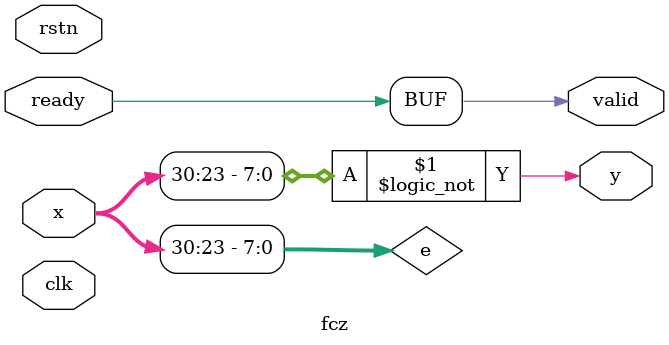
<source format=sv>
module fcz (
    input wire [31:0] x,
    output wire y,
    input wire ready,
    output wire valid,
    input wire clk,
    input wire rstn );

    assign valid = ready;

    wire [7:0] e = x[30:23];

    assign y = e == 8'b0;

endmodule

</source>
